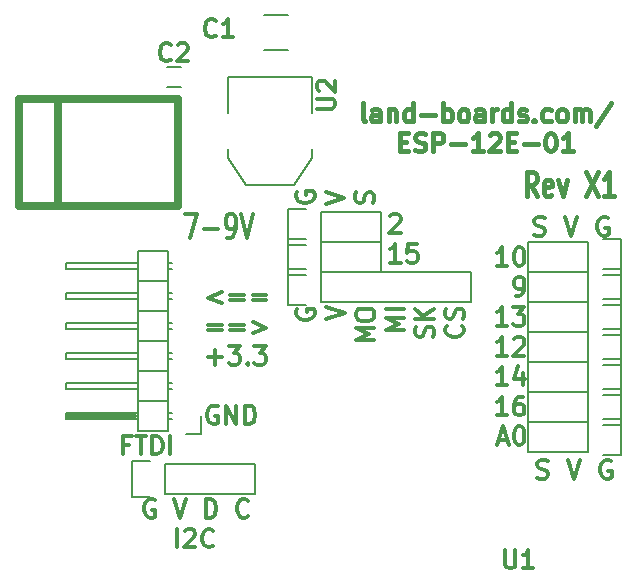
<source format=gbr>
G04 #@! TF.FileFunction,Legend,Top*
%FSLAX46Y46*%
G04 Gerber Fmt 4.6, Leading zero omitted, Abs format (unit mm)*
G04 Created by KiCad (PCBNEW 4.0.1-stable) date 7/9/2016 7:27:37 PM*
%MOMM*%
G01*
G04 APERTURE LIST*
%ADD10C,0.150000*%
%ADD11C,0.304800*%
%ADD12C,0.381000*%
%ADD13C,0.650000*%
G04 APERTURE END LIST*
D10*
D11*
X20102286Y-56315429D02*
X20102286Y-54791429D01*
X20755429Y-54936571D02*
X20828000Y-54864000D01*
X20973143Y-54791429D01*
X21336000Y-54791429D01*
X21481143Y-54864000D01*
X21553714Y-54936571D01*
X21626286Y-55081714D01*
X21626286Y-55226857D01*
X21553714Y-55444571D01*
X20682857Y-56315429D01*
X21626286Y-56315429D01*
X23150286Y-56170286D02*
X23077715Y-56242857D01*
X22860001Y-56315429D01*
X22714858Y-56315429D01*
X22497143Y-56242857D01*
X22352001Y-56097714D01*
X22279429Y-55952571D01*
X22206858Y-55662286D01*
X22206858Y-55444571D01*
X22279429Y-55154286D01*
X22352001Y-55009143D01*
X22497143Y-54864000D01*
X22714858Y-54791429D01*
X22860001Y-54791429D01*
X23077715Y-54864000D01*
X23150286Y-54936571D01*
X16038286Y-47643143D02*
X15530286Y-47643143D01*
X15530286Y-48441429D02*
X15530286Y-46917429D01*
X16256000Y-46917429D01*
X16618858Y-46917429D02*
X17489715Y-46917429D01*
X17054286Y-48441429D02*
X17054286Y-46917429D01*
X17997715Y-48441429D02*
X17997715Y-46917429D01*
X18360572Y-46917429D01*
X18578287Y-46990000D01*
X18723429Y-47135143D01*
X18796001Y-47280286D01*
X18868572Y-47570571D01*
X18868572Y-47788286D01*
X18796001Y-48078571D01*
X18723429Y-48223714D01*
X18578287Y-48368857D01*
X18360572Y-48441429D01*
X17997715Y-48441429D01*
X19521715Y-48441429D02*
X19521715Y-46917429D01*
X23876000Y-34737221D02*
X22714857Y-35190793D01*
X23876000Y-35644364D01*
X24601714Y-34964007D02*
X25762857Y-34964007D01*
X25762857Y-35417579D02*
X24601714Y-35417579D01*
X26488571Y-34964007D02*
X27649714Y-34964007D01*
X27649714Y-35417579D02*
X26488571Y-35417579D01*
X22714857Y-37491307D02*
X23876000Y-37491307D01*
X23876000Y-37944879D02*
X22714857Y-37944879D01*
X24601714Y-37491307D02*
X25762857Y-37491307D01*
X25762857Y-37944879D02*
X24601714Y-37944879D01*
X26488571Y-37264521D02*
X27649714Y-37718093D01*
X26488571Y-38171664D01*
X22714857Y-40245393D02*
X23876000Y-40245393D01*
X23295429Y-40850155D02*
X23295429Y-39640631D01*
X24456571Y-39262655D02*
X25400000Y-39262655D01*
X24892000Y-39867417D01*
X25109714Y-39867417D01*
X25254857Y-39943012D01*
X25327428Y-40018607D01*
X25400000Y-40169798D01*
X25400000Y-40547774D01*
X25327428Y-40698964D01*
X25254857Y-40774560D01*
X25109714Y-40850155D01*
X24674286Y-40850155D01*
X24529143Y-40774560D01*
X24456571Y-40698964D01*
X26053143Y-40698964D02*
X26125715Y-40774560D01*
X26053143Y-40850155D01*
X25980572Y-40774560D01*
X26053143Y-40698964D01*
X26053143Y-40850155D01*
X26633714Y-39262655D02*
X27577143Y-39262655D01*
X27069143Y-39867417D01*
X27286857Y-39867417D01*
X27432000Y-39943012D01*
X27504571Y-40018607D01*
X27577143Y-40169798D01*
X27577143Y-40547774D01*
X27504571Y-40698964D01*
X27432000Y-40774560D01*
X27286857Y-40850155D01*
X26851429Y-40850155D01*
X26706286Y-40774560D01*
X26633714Y-40698964D01*
X23513143Y-44392850D02*
X23368000Y-44317255D01*
X23150286Y-44317255D01*
X22932571Y-44392850D01*
X22787429Y-44544040D01*
X22714857Y-44695231D01*
X22642286Y-44997612D01*
X22642286Y-45224398D01*
X22714857Y-45526779D01*
X22787429Y-45677969D01*
X22932571Y-45829160D01*
X23150286Y-45904755D01*
X23295429Y-45904755D01*
X23513143Y-45829160D01*
X23585714Y-45753564D01*
X23585714Y-45224398D01*
X23295429Y-45224398D01*
X24238857Y-45904755D02*
X24238857Y-44317255D01*
X25109714Y-45904755D01*
X25109714Y-44317255D01*
X25835428Y-45904755D02*
X25835428Y-44317255D01*
X26198285Y-44317255D01*
X26416000Y-44392850D01*
X26561142Y-44544040D01*
X26633714Y-44695231D01*
X26706285Y-44997612D01*
X26706285Y-45224398D01*
X26633714Y-45526779D01*
X26561142Y-45677969D01*
X26416000Y-45829160D01*
X26198285Y-45904755D01*
X25835428Y-45904755D01*
X30206950Y-26222476D02*
X30131355Y-26373667D01*
X30131355Y-26600452D01*
X30206950Y-26827238D01*
X30358140Y-26978429D01*
X30509331Y-27054024D01*
X30811712Y-27129619D01*
X31038498Y-27129619D01*
X31340879Y-27054024D01*
X31492069Y-26978429D01*
X31643260Y-26827238D01*
X31718855Y-26600452D01*
X31718855Y-26449262D01*
X31643260Y-26222476D01*
X31567664Y-26146881D01*
X31038498Y-26146881D01*
X31038498Y-26449262D01*
X32658655Y-27280810D02*
X34246155Y-26751643D01*
X32658655Y-26222476D01*
X36697860Y-27129619D02*
X36773455Y-26902833D01*
X36773455Y-26524857D01*
X36697860Y-26373667D01*
X36622264Y-26298071D01*
X36471074Y-26222476D01*
X36319883Y-26222476D01*
X36168693Y-26298071D01*
X36093098Y-26373667D01*
X36017502Y-26524857D01*
X35941907Y-26827238D01*
X35866312Y-26978429D01*
X35790717Y-27054024D01*
X35639526Y-27129619D01*
X35488336Y-27129619D01*
X35337145Y-27054024D01*
X35261550Y-26978429D01*
X35185955Y-26827238D01*
X35185955Y-26449262D01*
X35261550Y-26222476D01*
X50340381Y-29852560D02*
X50567167Y-29928155D01*
X50945143Y-29928155D01*
X51096333Y-29852560D01*
X51171929Y-29776964D01*
X51247524Y-29625774D01*
X51247524Y-29474583D01*
X51171929Y-29323393D01*
X51096333Y-29247798D01*
X50945143Y-29172202D01*
X50642762Y-29096607D01*
X50491571Y-29021012D01*
X50415976Y-28945417D01*
X50340381Y-28794226D01*
X50340381Y-28643036D01*
X50415976Y-28491845D01*
X50491571Y-28416250D01*
X50642762Y-28340655D01*
X51020738Y-28340655D01*
X51247524Y-28416250D01*
X52910619Y-28340655D02*
X53439786Y-29928155D01*
X53968953Y-28340655D01*
X56539191Y-28416250D02*
X56388000Y-28340655D01*
X56161215Y-28340655D01*
X55934429Y-28416250D01*
X55783238Y-28567440D01*
X55707643Y-28718631D01*
X55632048Y-29021012D01*
X55632048Y-29247798D01*
X55707643Y-29550179D01*
X55783238Y-29701369D01*
X55934429Y-29852560D01*
X56161215Y-29928155D01*
X56312405Y-29928155D01*
X56539191Y-29852560D01*
X56614786Y-29776964D01*
X56614786Y-29247798D01*
X56312405Y-29247798D01*
X50594381Y-50426560D02*
X50821167Y-50502155D01*
X51199143Y-50502155D01*
X51350333Y-50426560D01*
X51425929Y-50350964D01*
X51501524Y-50199774D01*
X51501524Y-50048583D01*
X51425929Y-49897393D01*
X51350333Y-49821798D01*
X51199143Y-49746202D01*
X50896762Y-49670607D01*
X50745571Y-49595012D01*
X50669976Y-49519417D01*
X50594381Y-49368226D01*
X50594381Y-49217036D01*
X50669976Y-49065845D01*
X50745571Y-48990250D01*
X50896762Y-48914655D01*
X51274738Y-48914655D01*
X51501524Y-48990250D01*
X53164619Y-48914655D02*
X53693786Y-50502155D01*
X54222953Y-48914655D01*
X56793191Y-48990250D02*
X56642000Y-48914655D01*
X56415215Y-48914655D01*
X56188429Y-48990250D01*
X56037238Y-49141440D01*
X55961643Y-49292631D01*
X55886048Y-49595012D01*
X55886048Y-49821798D01*
X55961643Y-50124179D01*
X56037238Y-50275369D01*
X56188429Y-50426560D01*
X56415215Y-50502155D01*
X56566405Y-50502155D01*
X56793191Y-50426560D01*
X56868786Y-50350964D01*
X56868786Y-49821798D01*
X56566405Y-49821798D01*
X18179143Y-52292250D02*
X18034000Y-52216655D01*
X17816286Y-52216655D01*
X17598571Y-52292250D01*
X17453429Y-52443440D01*
X17380857Y-52594631D01*
X17308286Y-52897012D01*
X17308286Y-53123798D01*
X17380857Y-53426179D01*
X17453429Y-53577369D01*
X17598571Y-53728560D01*
X17816286Y-53804155D01*
X17961429Y-53804155D01*
X18179143Y-53728560D01*
X18251714Y-53652964D01*
X18251714Y-53123798D01*
X17961429Y-53123798D01*
X19848286Y-52216655D02*
X20356286Y-53804155D01*
X20864286Y-52216655D01*
X22533429Y-53804155D02*
X22533429Y-52216655D01*
X22896286Y-52216655D01*
X23114001Y-52292250D01*
X23259143Y-52443440D01*
X23331715Y-52594631D01*
X23404286Y-52897012D01*
X23404286Y-53123798D01*
X23331715Y-53426179D01*
X23259143Y-53577369D01*
X23114001Y-53728560D01*
X22896286Y-53804155D01*
X22533429Y-53804155D01*
X26089429Y-53652964D02*
X26016858Y-53728560D01*
X25799144Y-53804155D01*
X25654001Y-53804155D01*
X25436286Y-53728560D01*
X25291144Y-53577369D01*
X25218572Y-53426179D01*
X25146001Y-53123798D01*
X25146001Y-52897012D01*
X25218572Y-52594631D01*
X25291144Y-52443440D01*
X25436286Y-52292250D01*
X25654001Y-52216655D01*
X25799144Y-52216655D01*
X26016858Y-52292250D01*
X26089429Y-52367845D01*
X38136286Y-28244195D02*
X38208857Y-28168600D01*
X38354000Y-28093005D01*
X38716857Y-28093005D01*
X38862000Y-28168600D01*
X38934571Y-28244195D01*
X39007143Y-28395386D01*
X39007143Y-28546576D01*
X38934571Y-28773362D01*
X38063714Y-29680505D01*
X39007143Y-29680505D01*
X39007143Y-32207805D02*
X38136286Y-32207805D01*
X38571714Y-32207805D02*
X38571714Y-30620305D01*
X38426571Y-30847090D01*
X38281429Y-30998281D01*
X38136286Y-31073876D01*
X40386000Y-30620305D02*
X39660286Y-30620305D01*
X39587715Y-31376257D01*
X39660286Y-31300662D01*
X39805429Y-31225067D01*
X40168286Y-31225067D01*
X40313429Y-31300662D01*
X40386000Y-31376257D01*
X40458572Y-31527448D01*
X40458572Y-31905424D01*
X40386000Y-32056614D01*
X40313429Y-32132210D01*
X40168286Y-32207805D01*
X39805429Y-32207805D01*
X39660286Y-32132210D01*
X39587715Y-32056614D01*
X30226000Y-36176857D02*
X30150405Y-36322000D01*
X30150405Y-36539714D01*
X30226000Y-36757429D01*
X30377190Y-36902571D01*
X30528381Y-36975143D01*
X30830762Y-37047714D01*
X31057548Y-37047714D01*
X31359929Y-36975143D01*
X31511119Y-36902571D01*
X31662310Y-36757429D01*
X31737905Y-36539714D01*
X31737905Y-36394571D01*
X31662310Y-36176857D01*
X31586714Y-36104286D01*
X31057548Y-36104286D01*
X31057548Y-36394571D01*
X32677705Y-36975143D02*
X34265205Y-36467143D01*
X32677705Y-35959143D01*
X36792505Y-38789428D02*
X35205005Y-38789428D01*
X36338933Y-38281428D01*
X35205005Y-37773428D01*
X36792505Y-37773428D01*
X35205005Y-36757428D02*
X35205005Y-36467142D01*
X35280600Y-36322000D01*
X35431790Y-36176857D01*
X35734171Y-36104285D01*
X36263338Y-36104285D01*
X36565719Y-36176857D01*
X36716910Y-36322000D01*
X36792505Y-36467142D01*
X36792505Y-36757428D01*
X36716910Y-36902571D01*
X36565719Y-37047714D01*
X36263338Y-37120285D01*
X35734171Y-37120285D01*
X35431790Y-37047714D01*
X35280600Y-36902571D01*
X35205005Y-36757428D01*
X39319805Y-37918571D02*
X37732305Y-37918571D01*
X38866233Y-37410571D01*
X37732305Y-36902571D01*
X39319805Y-36902571D01*
X39319805Y-36176857D02*
X37732305Y-36176857D01*
X41771510Y-38499143D02*
X41847105Y-38281429D01*
X41847105Y-37918572D01*
X41771510Y-37773429D01*
X41695914Y-37700858D01*
X41544724Y-37628286D01*
X41393533Y-37628286D01*
X41242343Y-37700858D01*
X41166748Y-37773429D01*
X41091152Y-37918572D01*
X41015557Y-38208858D01*
X40939962Y-38354000D01*
X40864367Y-38426572D01*
X40713176Y-38499143D01*
X40561986Y-38499143D01*
X40410795Y-38426572D01*
X40335200Y-38354000D01*
X40259605Y-38208858D01*
X40259605Y-37846000D01*
X40335200Y-37628286D01*
X41847105Y-36975143D02*
X40259605Y-36975143D01*
X41847105Y-36104286D02*
X40939962Y-36757429D01*
X40259605Y-36104286D02*
X41166748Y-36975143D01*
X44223214Y-37555715D02*
X44298810Y-37628286D01*
X44374405Y-37846000D01*
X44374405Y-37991143D01*
X44298810Y-38208858D01*
X44147619Y-38354000D01*
X43996429Y-38426572D01*
X43694048Y-38499143D01*
X43467262Y-38499143D01*
X43164881Y-38426572D01*
X43013690Y-38354000D01*
X42862500Y-38208858D01*
X42786905Y-37991143D01*
X42786905Y-37846000D01*
X42862500Y-37628286D01*
X42938095Y-37555715D01*
X44298810Y-36975143D02*
X44374405Y-36757429D01*
X44374405Y-36394572D01*
X44298810Y-36249429D01*
X44223214Y-36176858D01*
X44072024Y-36104286D01*
X43920833Y-36104286D01*
X43769643Y-36176858D01*
X43694048Y-36249429D01*
X43618452Y-36394572D01*
X43542857Y-36684858D01*
X43467262Y-36830000D01*
X43391667Y-36902572D01*
X43240476Y-36975143D01*
X43089286Y-36975143D01*
X42938095Y-36902572D01*
X42862500Y-36830000D01*
X42786905Y-36684858D01*
X42786905Y-36322000D01*
X42862500Y-36104286D01*
X48042285Y-32506255D02*
X47171428Y-32506255D01*
X47606856Y-32506255D02*
X47606856Y-30918755D01*
X47461713Y-31145540D01*
X47316571Y-31296731D01*
X47171428Y-31372326D01*
X48985714Y-30918755D02*
X49130857Y-30918755D01*
X49276000Y-30994350D01*
X49348571Y-31069945D01*
X49421142Y-31221136D01*
X49493714Y-31523517D01*
X49493714Y-31901493D01*
X49421142Y-32203874D01*
X49348571Y-32355064D01*
X49276000Y-32430660D01*
X49130857Y-32506255D01*
X48985714Y-32506255D01*
X48840571Y-32430660D01*
X48768000Y-32355064D01*
X48695428Y-32203874D01*
X48622857Y-31901493D01*
X48622857Y-31523517D01*
X48695428Y-31221136D01*
X48768000Y-31069945D01*
X48840571Y-30994350D01*
X48985714Y-30918755D01*
X48768000Y-35033555D02*
X49058285Y-35033555D01*
X49203428Y-34957960D01*
X49276000Y-34882364D01*
X49421142Y-34655579D01*
X49493714Y-34353198D01*
X49493714Y-33748436D01*
X49421142Y-33597245D01*
X49348571Y-33521650D01*
X49203428Y-33446055D01*
X48913142Y-33446055D01*
X48768000Y-33521650D01*
X48695428Y-33597245D01*
X48622857Y-33748436D01*
X48622857Y-34126412D01*
X48695428Y-34277602D01*
X48768000Y-34353198D01*
X48913142Y-34428793D01*
X49203428Y-34428793D01*
X49348571Y-34353198D01*
X49421142Y-34277602D01*
X49493714Y-34126412D01*
X48042285Y-37560855D02*
X47171428Y-37560855D01*
X47606856Y-37560855D02*
X47606856Y-35973355D01*
X47461713Y-36200140D01*
X47316571Y-36351331D01*
X47171428Y-36426926D01*
X48550285Y-35973355D02*
X49493714Y-35973355D01*
X48985714Y-36578117D01*
X49203428Y-36578117D01*
X49348571Y-36653712D01*
X49421142Y-36729307D01*
X49493714Y-36880498D01*
X49493714Y-37258474D01*
X49421142Y-37409664D01*
X49348571Y-37485260D01*
X49203428Y-37560855D01*
X48768000Y-37560855D01*
X48622857Y-37485260D01*
X48550285Y-37409664D01*
X48042285Y-40088155D02*
X47171428Y-40088155D01*
X47606856Y-40088155D02*
X47606856Y-38500655D01*
X47461713Y-38727440D01*
X47316571Y-38878631D01*
X47171428Y-38954226D01*
X48622857Y-38651845D02*
X48695428Y-38576250D01*
X48840571Y-38500655D01*
X49203428Y-38500655D01*
X49348571Y-38576250D01*
X49421142Y-38651845D01*
X49493714Y-38803036D01*
X49493714Y-38954226D01*
X49421142Y-39181012D01*
X48550285Y-40088155D01*
X49493714Y-40088155D01*
X48042285Y-42615455D02*
X47171428Y-42615455D01*
X47606856Y-42615455D02*
X47606856Y-41027955D01*
X47461713Y-41254740D01*
X47316571Y-41405931D01*
X47171428Y-41481526D01*
X49348571Y-41557121D02*
X49348571Y-42615455D01*
X48985714Y-40952360D02*
X48622857Y-42086288D01*
X49566285Y-42086288D01*
X48042285Y-45142755D02*
X47171428Y-45142755D01*
X47606856Y-45142755D02*
X47606856Y-43555255D01*
X47461713Y-43782040D01*
X47316571Y-43933231D01*
X47171428Y-44008826D01*
X49348571Y-43555255D02*
X49058285Y-43555255D01*
X48913142Y-43630850D01*
X48840571Y-43706445D01*
X48695428Y-43933231D01*
X48622857Y-44235612D01*
X48622857Y-44840374D01*
X48695428Y-44991564D01*
X48768000Y-45067160D01*
X48913142Y-45142755D01*
X49203428Y-45142755D01*
X49348571Y-45067160D01*
X49421142Y-44991564D01*
X49493714Y-44840374D01*
X49493714Y-44462398D01*
X49421142Y-44311207D01*
X49348571Y-44235612D01*
X49203428Y-44160017D01*
X48913142Y-44160017D01*
X48768000Y-44235612D01*
X48695428Y-44311207D01*
X48622857Y-44462398D01*
X47316571Y-47216483D02*
X48042285Y-47216483D01*
X47171428Y-47670055D02*
X47679428Y-46082555D01*
X48187428Y-47670055D01*
X48985714Y-46082555D02*
X49130857Y-46082555D01*
X49276000Y-46158150D01*
X49348571Y-46233745D01*
X49421142Y-46384936D01*
X49493714Y-46687317D01*
X49493714Y-47065293D01*
X49421142Y-47367674D01*
X49348571Y-47518864D01*
X49276000Y-47594460D01*
X49130857Y-47670055D01*
X48985714Y-47670055D01*
X48840571Y-47594460D01*
X48768000Y-47518864D01*
X48695428Y-47367674D01*
X48622857Y-47065293D01*
X48622857Y-46687317D01*
X48695428Y-46384936D01*
X48768000Y-46233745D01*
X48840571Y-46158150D01*
X48985714Y-46082555D01*
X20791714Y-28097238D02*
X21807714Y-28097238D01*
X21154571Y-30129238D01*
X22388286Y-29355143D02*
X23549429Y-29355143D01*
X24347715Y-30129238D02*
X24638000Y-30129238D01*
X24783143Y-30032476D01*
X24855715Y-29935714D01*
X25000857Y-29645429D01*
X25073429Y-29258381D01*
X25073429Y-28484286D01*
X25000857Y-28290762D01*
X24928286Y-28194000D01*
X24783143Y-28097238D01*
X24492857Y-28097238D01*
X24347715Y-28194000D01*
X24275143Y-28290762D01*
X24202572Y-28484286D01*
X24202572Y-28968095D01*
X24275143Y-29161619D01*
X24347715Y-29258381D01*
X24492857Y-29355143D01*
X24783143Y-29355143D01*
X24928286Y-29258381D01*
X25000857Y-29161619D01*
X25073429Y-28968095D01*
X25508858Y-28097238D02*
X26016858Y-30129238D01*
X26524858Y-28097238D01*
D12*
X50545999Y-26573238D02*
X50037999Y-25605619D01*
X49675142Y-26573238D02*
X49675142Y-24541238D01*
X50255714Y-24541238D01*
X50400856Y-24638000D01*
X50473428Y-24734762D01*
X50545999Y-24928286D01*
X50545999Y-25218571D01*
X50473428Y-25412095D01*
X50400856Y-25508857D01*
X50255714Y-25605619D01*
X49675142Y-25605619D01*
X51779714Y-26476476D02*
X51634571Y-26573238D01*
X51344285Y-26573238D01*
X51199142Y-26476476D01*
X51126571Y-26282952D01*
X51126571Y-25508857D01*
X51199142Y-25315333D01*
X51344285Y-25218571D01*
X51634571Y-25218571D01*
X51779714Y-25315333D01*
X51852285Y-25508857D01*
X51852285Y-25702381D01*
X51126571Y-25895905D01*
X52360285Y-25218571D02*
X52723142Y-26573238D01*
X53086000Y-25218571D01*
X54682571Y-24541238D02*
X55698571Y-26573238D01*
X55698571Y-24541238D02*
X54682571Y-26573238D01*
X57077429Y-26573238D02*
X56206572Y-26573238D01*
X56642000Y-26573238D02*
X56642000Y-24541238D01*
X56496857Y-24831524D01*
X56351715Y-25025048D01*
X56206572Y-25121810D01*
X36031715Y-20260129D02*
X35886573Y-20187557D01*
X35814001Y-20042414D01*
X35814001Y-18736129D01*
X37265430Y-20260129D02*
X37265430Y-19461843D01*
X37192859Y-19316700D01*
X37047716Y-19244129D01*
X36757430Y-19244129D01*
X36612287Y-19316700D01*
X37265430Y-20187557D02*
X37120287Y-20260129D01*
X36757430Y-20260129D01*
X36612287Y-20187557D01*
X36539716Y-20042414D01*
X36539716Y-19897271D01*
X36612287Y-19752129D01*
X36757430Y-19679557D01*
X37120287Y-19679557D01*
X37265430Y-19606986D01*
X37991144Y-19244129D02*
X37991144Y-20260129D01*
X37991144Y-19389271D02*
X38063716Y-19316700D01*
X38208858Y-19244129D01*
X38426573Y-19244129D01*
X38571716Y-19316700D01*
X38644287Y-19461843D01*
X38644287Y-20260129D01*
X40023144Y-20260129D02*
X40023144Y-18736129D01*
X40023144Y-20187557D02*
X39878001Y-20260129D01*
X39587715Y-20260129D01*
X39442573Y-20187557D01*
X39370001Y-20114986D01*
X39297430Y-19969843D01*
X39297430Y-19534414D01*
X39370001Y-19389271D01*
X39442573Y-19316700D01*
X39587715Y-19244129D01*
X39878001Y-19244129D01*
X40023144Y-19316700D01*
X40748858Y-19679557D02*
X41910001Y-19679557D01*
X42635715Y-20260129D02*
X42635715Y-18736129D01*
X42635715Y-19316700D02*
X42780858Y-19244129D01*
X43071144Y-19244129D01*
X43216287Y-19316700D01*
X43288858Y-19389271D01*
X43361429Y-19534414D01*
X43361429Y-19969843D01*
X43288858Y-20114986D01*
X43216287Y-20187557D01*
X43071144Y-20260129D01*
X42780858Y-20260129D01*
X42635715Y-20187557D01*
X44232286Y-20260129D02*
X44087144Y-20187557D01*
X44014572Y-20114986D01*
X43942001Y-19969843D01*
X43942001Y-19534414D01*
X44014572Y-19389271D01*
X44087144Y-19316700D01*
X44232286Y-19244129D01*
X44450001Y-19244129D01*
X44595144Y-19316700D01*
X44667715Y-19389271D01*
X44740286Y-19534414D01*
X44740286Y-19969843D01*
X44667715Y-20114986D01*
X44595144Y-20187557D01*
X44450001Y-20260129D01*
X44232286Y-20260129D01*
X46046572Y-20260129D02*
X46046572Y-19461843D01*
X45974001Y-19316700D01*
X45828858Y-19244129D01*
X45538572Y-19244129D01*
X45393429Y-19316700D01*
X46046572Y-20187557D02*
X45901429Y-20260129D01*
X45538572Y-20260129D01*
X45393429Y-20187557D01*
X45320858Y-20042414D01*
X45320858Y-19897271D01*
X45393429Y-19752129D01*
X45538572Y-19679557D01*
X45901429Y-19679557D01*
X46046572Y-19606986D01*
X46772286Y-20260129D02*
X46772286Y-19244129D01*
X46772286Y-19534414D02*
X46844858Y-19389271D01*
X46917429Y-19316700D01*
X47062572Y-19244129D01*
X47207715Y-19244129D01*
X48368858Y-20260129D02*
X48368858Y-18736129D01*
X48368858Y-20187557D02*
X48223715Y-20260129D01*
X47933429Y-20260129D01*
X47788287Y-20187557D01*
X47715715Y-20114986D01*
X47643144Y-19969843D01*
X47643144Y-19534414D01*
X47715715Y-19389271D01*
X47788287Y-19316700D01*
X47933429Y-19244129D01*
X48223715Y-19244129D01*
X48368858Y-19316700D01*
X49022001Y-20187557D02*
X49167144Y-20260129D01*
X49457429Y-20260129D01*
X49602572Y-20187557D01*
X49675144Y-20042414D01*
X49675144Y-19969843D01*
X49602572Y-19824700D01*
X49457429Y-19752129D01*
X49239715Y-19752129D01*
X49094572Y-19679557D01*
X49022001Y-19534414D01*
X49022001Y-19461843D01*
X49094572Y-19316700D01*
X49239715Y-19244129D01*
X49457429Y-19244129D01*
X49602572Y-19316700D01*
X50328286Y-20114986D02*
X50400858Y-20187557D01*
X50328286Y-20260129D01*
X50255715Y-20187557D01*
X50328286Y-20114986D01*
X50328286Y-20260129D01*
X51707143Y-20187557D02*
X51562000Y-20260129D01*
X51271714Y-20260129D01*
X51126572Y-20187557D01*
X51054000Y-20114986D01*
X50981429Y-19969843D01*
X50981429Y-19534414D01*
X51054000Y-19389271D01*
X51126572Y-19316700D01*
X51271714Y-19244129D01*
X51562000Y-19244129D01*
X51707143Y-19316700D01*
X52578000Y-20260129D02*
X52432858Y-20187557D01*
X52360286Y-20114986D01*
X52287715Y-19969843D01*
X52287715Y-19534414D01*
X52360286Y-19389271D01*
X52432858Y-19316700D01*
X52578000Y-19244129D01*
X52795715Y-19244129D01*
X52940858Y-19316700D01*
X53013429Y-19389271D01*
X53086000Y-19534414D01*
X53086000Y-19969843D01*
X53013429Y-20114986D01*
X52940858Y-20187557D01*
X52795715Y-20260129D01*
X52578000Y-20260129D01*
X53739143Y-20260129D02*
X53739143Y-19244129D01*
X53739143Y-19389271D02*
X53811715Y-19316700D01*
X53956857Y-19244129D01*
X54174572Y-19244129D01*
X54319715Y-19316700D01*
X54392286Y-19461843D01*
X54392286Y-20260129D01*
X54392286Y-19461843D02*
X54464857Y-19316700D01*
X54610000Y-19244129D01*
X54827715Y-19244129D01*
X54972857Y-19316700D01*
X55045429Y-19461843D01*
X55045429Y-20260129D01*
X56859715Y-18663557D02*
X55553429Y-20622986D01*
X38934571Y-21976443D02*
X39442571Y-21976443D01*
X39660285Y-22774729D02*
X38934571Y-22774729D01*
X38934571Y-21250729D01*
X39660285Y-21250729D01*
X40240857Y-22702157D02*
X40458571Y-22774729D01*
X40821428Y-22774729D01*
X40966571Y-22702157D01*
X41039142Y-22629586D01*
X41111714Y-22484443D01*
X41111714Y-22339300D01*
X41039142Y-22194157D01*
X40966571Y-22121586D01*
X40821428Y-22049014D01*
X40531142Y-21976443D01*
X40386000Y-21903871D01*
X40313428Y-21831300D01*
X40240857Y-21686157D01*
X40240857Y-21541014D01*
X40313428Y-21395871D01*
X40386000Y-21323300D01*
X40531142Y-21250729D01*
X40894000Y-21250729D01*
X41111714Y-21323300D01*
X41764857Y-22774729D02*
X41764857Y-21250729D01*
X42345429Y-21250729D01*
X42490571Y-21323300D01*
X42563143Y-21395871D01*
X42635714Y-21541014D01*
X42635714Y-21758729D01*
X42563143Y-21903871D01*
X42490571Y-21976443D01*
X42345429Y-22049014D01*
X41764857Y-22049014D01*
X43288857Y-22194157D02*
X44450000Y-22194157D01*
X45974000Y-22774729D02*
X45103143Y-22774729D01*
X45538571Y-22774729D02*
X45538571Y-21250729D01*
X45393428Y-21468443D01*
X45248286Y-21613586D01*
X45103143Y-21686157D01*
X46554572Y-21395871D02*
X46627143Y-21323300D01*
X46772286Y-21250729D01*
X47135143Y-21250729D01*
X47280286Y-21323300D01*
X47352857Y-21395871D01*
X47425429Y-21541014D01*
X47425429Y-21686157D01*
X47352857Y-21903871D01*
X46482000Y-22774729D01*
X47425429Y-22774729D01*
X48078572Y-21976443D02*
X48586572Y-21976443D01*
X48804286Y-22774729D02*
X48078572Y-22774729D01*
X48078572Y-21250729D01*
X48804286Y-21250729D01*
X49457429Y-22194157D02*
X50618572Y-22194157D01*
X51634572Y-21250729D02*
X51779715Y-21250729D01*
X51924858Y-21323300D01*
X51997429Y-21395871D01*
X52070000Y-21541014D01*
X52142572Y-21831300D01*
X52142572Y-22194157D01*
X52070000Y-22484443D01*
X51997429Y-22629586D01*
X51924858Y-22702157D01*
X51779715Y-22774729D01*
X51634572Y-22774729D01*
X51489429Y-22702157D01*
X51416858Y-22629586D01*
X51344286Y-22484443D01*
X51271715Y-22194157D01*
X51271715Y-21831300D01*
X51344286Y-21541014D01*
X51416858Y-21395871D01*
X51489429Y-21323300D01*
X51634572Y-21250729D01*
X53594001Y-22774729D02*
X52723144Y-22774729D01*
X53158572Y-22774729D02*
X53158572Y-21250729D01*
X53013429Y-21468443D01*
X52868287Y-21613586D01*
X52723144Y-21686157D01*
D10*
X31496000Y-19558000D02*
X31496000Y-16510000D01*
X31496000Y-16510000D02*
X24384000Y-16510000D01*
X24384000Y-16510000D02*
X24384000Y-19558000D01*
X31496000Y-22606000D02*
X31496000Y-23368000D01*
X31496000Y-23368000D02*
X29972000Y-25654000D01*
X29972000Y-25654000D02*
X25908000Y-25654000D01*
X25908000Y-25654000D02*
X24384000Y-23368000D01*
X24384000Y-23368000D02*
X24384000Y-22606000D01*
X19212000Y-15635000D02*
X20412000Y-15635000D01*
X20412000Y-17385000D02*
X19212000Y-17385000D01*
X27448000Y-11225000D02*
X29448000Y-11225000D01*
X29448000Y-14175000D02*
X27448000Y-14175000D01*
X22128000Y-46762000D02*
X22128000Y-45212000D01*
X20828000Y-46762000D02*
X22128000Y-46762000D01*
X16637000Y-45339000D02*
X10795000Y-45339000D01*
X10795000Y-45339000D02*
X10795000Y-45085000D01*
X10795000Y-45085000D02*
X16637000Y-45085000D01*
X16637000Y-45085000D02*
X16637000Y-45212000D01*
X16637000Y-45212000D02*
X10795000Y-45212000D01*
X19304000Y-45466000D02*
X19685000Y-45466000D01*
X19304000Y-44958000D02*
X19685000Y-44958000D01*
X19304000Y-42926000D02*
X19685000Y-42926000D01*
X19304000Y-42418000D02*
X19685000Y-42418000D01*
X19304000Y-40386000D02*
X19685000Y-40386000D01*
X19304000Y-39878000D02*
X19685000Y-39878000D01*
X19304000Y-32258000D02*
X19685000Y-32258000D01*
X19304000Y-32766000D02*
X19685000Y-32766000D01*
X19304000Y-34798000D02*
X19685000Y-34798000D01*
X19304000Y-35306000D02*
X19685000Y-35306000D01*
X19304000Y-37338000D02*
X19685000Y-37338000D01*
X19304000Y-37846000D02*
X19685000Y-37846000D01*
X19304000Y-46482000D02*
X16764000Y-46482000D01*
X19304000Y-43942000D02*
X16764000Y-43942000D01*
X19304000Y-43942000D02*
X19304000Y-41402000D01*
X19304000Y-41402000D02*
X16764000Y-41402000D01*
X16764000Y-42926000D02*
X10668000Y-42926000D01*
X10668000Y-42926000D02*
X10668000Y-42418000D01*
X10668000Y-42418000D02*
X16764000Y-42418000D01*
X16764000Y-41402000D02*
X16764000Y-43942000D01*
X16764000Y-43942000D02*
X16764000Y-46482000D01*
X10668000Y-44958000D02*
X16764000Y-44958000D01*
X10668000Y-45466000D02*
X10668000Y-44958000D01*
X16764000Y-45466000D02*
X10668000Y-45466000D01*
X19304000Y-43942000D02*
X16764000Y-43942000D01*
X19304000Y-46482000D02*
X19304000Y-43942000D01*
X19304000Y-36322000D02*
X16764000Y-36322000D01*
X19304000Y-36322000D02*
X19304000Y-33782000D01*
X19304000Y-33782000D02*
X16764000Y-33782000D01*
X16764000Y-35306000D02*
X10668000Y-35306000D01*
X10668000Y-35306000D02*
X10668000Y-34798000D01*
X10668000Y-34798000D02*
X16764000Y-34798000D01*
X16764000Y-33782000D02*
X16764000Y-36322000D01*
X16764000Y-31242000D02*
X16764000Y-33782000D01*
X10668000Y-32258000D02*
X16764000Y-32258000D01*
X10668000Y-32766000D02*
X10668000Y-32258000D01*
X16764000Y-32766000D02*
X10668000Y-32766000D01*
X19304000Y-31242000D02*
X16764000Y-31242000D01*
X19304000Y-33782000D02*
X19304000Y-31242000D01*
X19304000Y-33782000D02*
X16764000Y-33782000D01*
X19304000Y-38862000D02*
X16764000Y-38862000D01*
X19304000Y-38862000D02*
X19304000Y-36322000D01*
X19304000Y-36322000D02*
X16764000Y-36322000D01*
X16764000Y-37846000D02*
X10668000Y-37846000D01*
X10668000Y-37846000D02*
X10668000Y-37338000D01*
X10668000Y-37338000D02*
X16764000Y-37338000D01*
X16764000Y-36322000D02*
X16764000Y-38862000D01*
X16764000Y-38862000D02*
X16764000Y-41402000D01*
X10668000Y-39878000D02*
X16764000Y-39878000D01*
X10668000Y-40386000D02*
X10668000Y-39878000D01*
X16764000Y-40386000D02*
X10668000Y-40386000D01*
X19304000Y-38862000D02*
X16764000Y-38862000D01*
X19304000Y-41402000D02*
X19304000Y-38862000D01*
X19304000Y-41402000D02*
X16764000Y-41402000D01*
D13*
X10000000Y-27400000D02*
X10000000Y-18400000D01*
X6700000Y-18400000D02*
X6700000Y-27400000D01*
X6700000Y-18400000D02*
X20200000Y-18400000D01*
X20200000Y-18400000D02*
X20200000Y-27400000D01*
X6700000Y-27400000D02*
X20200000Y-27400000D01*
D10*
X54864000Y-45720000D02*
X49784000Y-45720000D01*
X49784000Y-45720000D02*
X49784000Y-48260000D01*
X49784000Y-48260000D02*
X54864000Y-48260000D01*
X57684000Y-48540000D02*
X56134000Y-48540000D01*
X54864000Y-48260000D02*
X54864000Y-45720000D01*
X56134000Y-45440000D02*
X57684000Y-45440000D01*
X57684000Y-45440000D02*
X57684000Y-48540000D01*
X54864000Y-43180000D02*
X49784000Y-43180000D01*
X49784000Y-43180000D02*
X49784000Y-45720000D01*
X49784000Y-45720000D02*
X54864000Y-45720000D01*
X57684000Y-46000000D02*
X56134000Y-46000000D01*
X54864000Y-45720000D02*
X54864000Y-43180000D01*
X56134000Y-42900000D02*
X57684000Y-42900000D01*
X57684000Y-42900000D02*
X57684000Y-46000000D01*
X54864000Y-40640000D02*
X49784000Y-40640000D01*
X49784000Y-40640000D02*
X49784000Y-43180000D01*
X49784000Y-43180000D02*
X54864000Y-43180000D01*
X57684000Y-43460000D02*
X56134000Y-43460000D01*
X54864000Y-43180000D02*
X54864000Y-40640000D01*
X56134000Y-40360000D02*
X57684000Y-40360000D01*
X57684000Y-40360000D02*
X57684000Y-43460000D01*
X54864000Y-38100000D02*
X49784000Y-38100000D01*
X49784000Y-38100000D02*
X49784000Y-40640000D01*
X49784000Y-40640000D02*
X54864000Y-40640000D01*
X57684000Y-40920000D02*
X56134000Y-40920000D01*
X54864000Y-40640000D02*
X54864000Y-38100000D01*
X56134000Y-37820000D02*
X57684000Y-37820000D01*
X57684000Y-37820000D02*
X57684000Y-40920000D01*
X54864000Y-35560000D02*
X49784000Y-35560000D01*
X49784000Y-35560000D02*
X49784000Y-38100000D01*
X49784000Y-38100000D02*
X54864000Y-38100000D01*
X57684000Y-38380000D02*
X56134000Y-38380000D01*
X54864000Y-38100000D02*
X54864000Y-35560000D01*
X56134000Y-35280000D02*
X57684000Y-35280000D01*
X57684000Y-35280000D02*
X57684000Y-38380000D01*
X54864000Y-33020000D02*
X49784000Y-33020000D01*
X49784000Y-33020000D02*
X49784000Y-35560000D01*
X49784000Y-35560000D02*
X54864000Y-35560000D01*
X57684000Y-35840000D02*
X56134000Y-35840000D01*
X54864000Y-35560000D02*
X54864000Y-33020000D01*
X56134000Y-32740000D02*
X57684000Y-32740000D01*
X57684000Y-32740000D02*
X57684000Y-35840000D01*
X54864000Y-30480000D02*
X49784000Y-30480000D01*
X49784000Y-30480000D02*
X49784000Y-33020000D01*
X49784000Y-33020000D02*
X54864000Y-33020000D01*
X57684000Y-33300000D02*
X56134000Y-33300000D01*
X54864000Y-33020000D02*
X54864000Y-30480000D01*
X56134000Y-30200000D02*
X57684000Y-30200000D01*
X57684000Y-30200000D02*
X57684000Y-33300000D01*
X32258000Y-33020000D02*
X37338000Y-33020000D01*
X37338000Y-33020000D02*
X37338000Y-30480000D01*
X37338000Y-30480000D02*
X32258000Y-30480000D01*
X29438000Y-30200000D02*
X30988000Y-30200000D01*
X32258000Y-30480000D02*
X32258000Y-33020000D01*
X30988000Y-33300000D02*
X29438000Y-33300000D01*
X29438000Y-33300000D02*
X29438000Y-30200000D01*
X32258000Y-30480000D02*
X37338000Y-30480000D01*
X37338000Y-30480000D02*
X37338000Y-27940000D01*
X37338000Y-27940000D02*
X32258000Y-27940000D01*
X29438000Y-27660000D02*
X30988000Y-27660000D01*
X32258000Y-27940000D02*
X32258000Y-30480000D01*
X30988000Y-30760000D02*
X29438000Y-30760000D01*
X29438000Y-30760000D02*
X29438000Y-27660000D01*
X32258000Y-33020000D02*
X44958000Y-33020000D01*
X44958000Y-33020000D02*
X44958000Y-35560000D01*
X44958000Y-35560000D02*
X32258000Y-35560000D01*
X29438000Y-32740000D02*
X30988000Y-32740000D01*
X32258000Y-33020000D02*
X32258000Y-35560000D01*
X30988000Y-35840000D02*
X29438000Y-35840000D01*
X29438000Y-35840000D02*
X29438000Y-32740000D01*
X19050000Y-51816000D02*
X26670000Y-51816000D01*
X19050000Y-49276000D02*
X26670000Y-49276000D01*
X16230000Y-48996000D02*
X17780000Y-48996000D01*
X26670000Y-51816000D02*
X26670000Y-49276000D01*
X19050000Y-49276000D02*
X19050000Y-51816000D01*
X17780000Y-52096000D02*
X16230000Y-52096000D01*
X16230000Y-52096000D02*
X16230000Y-48996000D01*
D11*
X47860857Y-56569429D02*
X47860857Y-57803143D01*
X47933429Y-57948286D01*
X48006000Y-58020857D01*
X48151143Y-58093429D01*
X48441429Y-58093429D01*
X48586571Y-58020857D01*
X48659143Y-57948286D01*
X48731714Y-57803143D01*
X48731714Y-56569429D01*
X50255714Y-58093429D02*
X49384857Y-58093429D01*
X49820285Y-58093429D02*
X49820285Y-56569429D01*
X49675142Y-56787143D01*
X49530000Y-56932286D01*
X49384857Y-57004857D01*
X31931429Y-19195143D02*
X33165143Y-19195143D01*
X33310286Y-19122571D01*
X33382857Y-19050000D01*
X33455429Y-18904857D01*
X33455429Y-18614571D01*
X33382857Y-18469429D01*
X33310286Y-18396857D01*
X33165143Y-18324286D01*
X31931429Y-18324286D01*
X32076571Y-17671143D02*
X32004000Y-17598572D01*
X31931429Y-17453429D01*
X31931429Y-17090572D01*
X32004000Y-16945429D01*
X32076571Y-16872858D01*
X32221714Y-16800286D01*
X32366857Y-16800286D01*
X32584571Y-16872858D01*
X33455429Y-17743715D01*
X33455429Y-16800286D01*
X19558000Y-15022286D02*
X19485429Y-15094857D01*
X19267715Y-15167429D01*
X19122572Y-15167429D01*
X18904857Y-15094857D01*
X18759715Y-14949714D01*
X18687143Y-14804571D01*
X18614572Y-14514286D01*
X18614572Y-14296571D01*
X18687143Y-14006286D01*
X18759715Y-13861143D01*
X18904857Y-13716000D01*
X19122572Y-13643429D01*
X19267715Y-13643429D01*
X19485429Y-13716000D01*
X19558000Y-13788571D01*
X20138572Y-13788571D02*
X20211143Y-13716000D01*
X20356286Y-13643429D01*
X20719143Y-13643429D01*
X20864286Y-13716000D01*
X20936857Y-13788571D01*
X21009429Y-13933714D01*
X21009429Y-14078857D01*
X20936857Y-14296571D01*
X20066000Y-15167429D01*
X21009429Y-15167429D01*
X23368000Y-12990286D02*
X23295429Y-13062857D01*
X23077715Y-13135429D01*
X22932572Y-13135429D01*
X22714857Y-13062857D01*
X22569715Y-12917714D01*
X22497143Y-12772571D01*
X22424572Y-12482286D01*
X22424572Y-12264571D01*
X22497143Y-11974286D01*
X22569715Y-11829143D01*
X22714857Y-11684000D01*
X22932572Y-11611429D01*
X23077715Y-11611429D01*
X23295429Y-11684000D01*
X23368000Y-11756571D01*
X24819429Y-13135429D02*
X23948572Y-13135429D01*
X24384000Y-13135429D02*
X24384000Y-11611429D01*
X24238857Y-11829143D01*
X24093715Y-11974286D01*
X23948572Y-12046857D01*
M02*

</source>
